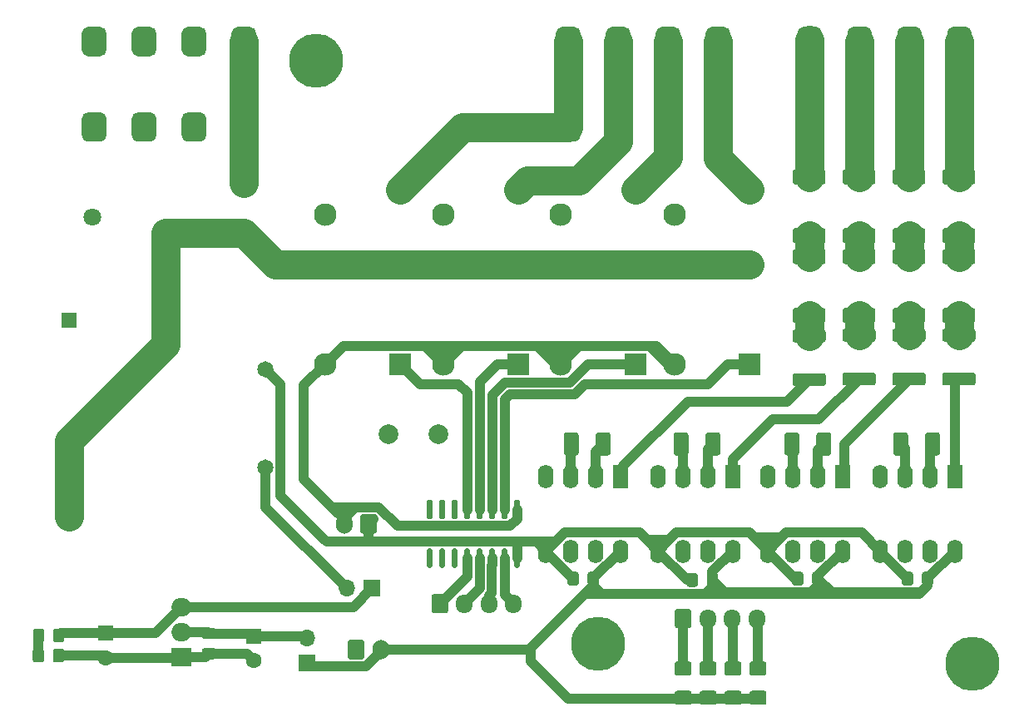
<source format=gbr>
G04 #@! TF.GenerationSoftware,KiCad,Pcbnew,(5.1.6)-1*
G04 #@! TF.CreationDate,2021-10-31T01:35:34+02:00*
G04 #@! TF.ProjectId,hamodule,68616d6f-6475-46c6-952e-6b696361645f,rev?*
G04 #@! TF.SameCoordinates,Original*
G04 #@! TF.FileFunction,Copper,L1,Top*
G04 #@! TF.FilePolarity,Positive*
%FSLAX46Y46*%
G04 Gerber Fmt 4.6, Leading zero omitted, Abs format (unit mm)*
G04 Created by KiCad (PCBNEW (5.1.6)-1) date 2021-10-31 01:35:34*
%MOMM*%
%LPD*%
G01*
G04 APERTURE LIST*
G04 #@! TA.AperFunction,ComponentPad*
%ADD10C,1.650000*%
G04 #@! TD*
G04 #@! TA.AperFunction,ComponentPad*
%ADD11R,1.650000X1.650000*%
G04 #@! TD*
G04 #@! TA.AperFunction,ComponentPad*
%ADD12C,2.000000*%
G04 #@! TD*
G04 #@! TA.AperFunction,ComponentPad*
%ADD13O,1.700000X1.700000*%
G04 #@! TD*
G04 #@! TA.AperFunction,ComponentPad*
%ADD14R,1.700000X1.700000*%
G04 #@! TD*
G04 #@! TA.AperFunction,ComponentPad*
%ADD15O,1.700000X2.000000*%
G04 #@! TD*
G04 #@! TA.AperFunction,ComponentPad*
%ADD16C,1.600000*%
G04 #@! TD*
G04 #@! TA.AperFunction,ComponentPad*
%ADD17R,1.600000X1.600000*%
G04 #@! TD*
G04 #@! TA.AperFunction,ComponentPad*
%ADD18C,1.800000*%
G04 #@! TD*
G04 #@! TA.AperFunction,ComponentPad*
%ADD19C,5.500000*%
G04 #@! TD*
G04 #@! TA.AperFunction,ComponentPad*
%ADD20C,2.300000*%
G04 #@! TD*
G04 #@! TA.AperFunction,ComponentPad*
%ADD21R,2.300000X2.300000*%
G04 #@! TD*
G04 #@! TA.AperFunction,ComponentPad*
%ADD22O,1.700000X1.950000*%
G04 #@! TD*
G04 #@! TA.AperFunction,ComponentPad*
%ADD23R,1.600000X2.400000*%
G04 #@! TD*
G04 #@! TA.AperFunction,ComponentPad*
%ADD24O,1.600000X2.400000*%
G04 #@! TD*
G04 #@! TA.AperFunction,ComponentPad*
%ADD25O,2.000000X1.905000*%
G04 #@! TD*
G04 #@! TA.AperFunction,ComponentPad*
%ADD26R,2.000000X1.905000*%
G04 #@! TD*
G04 #@! TA.AperFunction,Conductor*
%ADD27C,3.000000*%
G04 #@! TD*
G04 #@! TA.AperFunction,Conductor*
%ADD28C,1.000000*%
G04 #@! TD*
G04 #@! TA.AperFunction,Conductor*
%ADD29C,0.250000*%
G04 #@! TD*
G04 APERTURE END LIST*
G04 #@! TA.AperFunction,SMDPad,CuDef*
G36*
G01*
X118750501Y-136002500D02*
X117850499Y-136002500D01*
G75*
G02*
X117600500Y-135752501I0J249999D01*
G01*
X117600500Y-135102499D01*
G75*
G02*
X117850499Y-134852500I249999J0D01*
G01*
X118750501Y-134852500D01*
G75*
G02*
X119000500Y-135102499I0J-249999D01*
G01*
X119000500Y-135752501D01*
G75*
G02*
X118750501Y-136002500I-249999J0D01*
G01*
G37*
G04 #@! TD.AperFunction*
G04 #@! TA.AperFunction,SMDPad,CuDef*
G36*
G01*
X118750501Y-138052500D02*
X117850499Y-138052500D01*
G75*
G02*
X117600500Y-137802501I0J249999D01*
G01*
X117600500Y-137152499D01*
G75*
G02*
X117850499Y-136902500I249999J0D01*
G01*
X118750501Y-136902500D01*
G75*
G02*
X119000500Y-137152499I0J-249999D01*
G01*
X119000500Y-137802501D01*
G75*
G02*
X118750501Y-138052500I-249999J0D01*
G01*
G37*
G04 #@! TD.AperFunction*
G04 #@! TA.AperFunction,SMDPad,CuDef*
G36*
G01*
X173555500Y-141264000D02*
X174805500Y-141264000D01*
G75*
G02*
X175055500Y-141514000I0J-250000D01*
G01*
X175055500Y-142439000D01*
G75*
G02*
X174805500Y-142689000I-250000J0D01*
G01*
X173555500Y-142689000D01*
G75*
G02*
X173305500Y-142439000I0J250000D01*
G01*
X173305500Y-141514000D01*
G75*
G02*
X173555500Y-141264000I250000J0D01*
G01*
G37*
G04 #@! TD.AperFunction*
G04 #@! TA.AperFunction,SMDPad,CuDef*
G36*
G01*
X173555500Y-138289000D02*
X174805500Y-138289000D01*
G75*
G02*
X175055500Y-138539000I0J-250000D01*
G01*
X175055500Y-139464000D01*
G75*
G02*
X174805500Y-139714000I-250000J0D01*
G01*
X173555500Y-139714000D01*
G75*
G02*
X173305500Y-139464000I0J250000D01*
G01*
X173305500Y-138539000D01*
G75*
G02*
X173555500Y-138289000I250000J0D01*
G01*
G37*
G04 #@! TD.AperFunction*
G04 #@! TA.AperFunction,SMDPad,CuDef*
G36*
G01*
X171015500Y-141264000D02*
X172265500Y-141264000D01*
G75*
G02*
X172515500Y-141514000I0J-250000D01*
G01*
X172515500Y-142439000D01*
G75*
G02*
X172265500Y-142689000I-250000J0D01*
G01*
X171015500Y-142689000D01*
G75*
G02*
X170765500Y-142439000I0J250000D01*
G01*
X170765500Y-141514000D01*
G75*
G02*
X171015500Y-141264000I250000J0D01*
G01*
G37*
G04 #@! TD.AperFunction*
G04 #@! TA.AperFunction,SMDPad,CuDef*
G36*
G01*
X171015500Y-138289000D02*
X172265500Y-138289000D01*
G75*
G02*
X172515500Y-138539000I0J-250000D01*
G01*
X172515500Y-139464000D01*
G75*
G02*
X172265500Y-139714000I-250000J0D01*
G01*
X171015500Y-139714000D01*
G75*
G02*
X170765500Y-139464000I0J250000D01*
G01*
X170765500Y-138539000D01*
G75*
G02*
X171015500Y-138289000I250000J0D01*
G01*
G37*
G04 #@! TD.AperFunction*
G04 #@! TA.AperFunction,SMDPad,CuDef*
G36*
G01*
X168475500Y-141264000D02*
X169725500Y-141264000D01*
G75*
G02*
X169975500Y-141514000I0J-250000D01*
G01*
X169975500Y-142439000D01*
G75*
G02*
X169725500Y-142689000I-250000J0D01*
G01*
X168475500Y-142689000D01*
G75*
G02*
X168225500Y-142439000I0J250000D01*
G01*
X168225500Y-141514000D01*
G75*
G02*
X168475500Y-141264000I250000J0D01*
G01*
G37*
G04 #@! TD.AperFunction*
G04 #@! TA.AperFunction,SMDPad,CuDef*
G36*
G01*
X168475500Y-138289000D02*
X169725500Y-138289000D01*
G75*
G02*
X169975500Y-138539000I0J-250000D01*
G01*
X169975500Y-139464000D01*
G75*
G02*
X169725500Y-139714000I-250000J0D01*
G01*
X168475500Y-139714000D01*
G75*
G02*
X168225500Y-139464000I0J250000D01*
G01*
X168225500Y-138539000D01*
G75*
G02*
X168475500Y-138289000I250000J0D01*
G01*
G37*
G04 #@! TD.AperFunction*
G04 #@! TA.AperFunction,SMDPad,CuDef*
G36*
G01*
X165935500Y-141264000D02*
X167185500Y-141264000D01*
G75*
G02*
X167435500Y-141514000I0J-250000D01*
G01*
X167435500Y-142439000D01*
G75*
G02*
X167185500Y-142689000I-250000J0D01*
G01*
X165935500Y-142689000D01*
G75*
G02*
X165685500Y-142439000I0J250000D01*
G01*
X165685500Y-141514000D01*
G75*
G02*
X165935500Y-141264000I250000J0D01*
G01*
G37*
G04 #@! TD.AperFunction*
G04 #@! TA.AperFunction,SMDPad,CuDef*
G36*
G01*
X165935500Y-138289000D02*
X167185500Y-138289000D01*
G75*
G02*
X167435500Y-138539000I0J-250000D01*
G01*
X167435500Y-139464000D01*
G75*
G02*
X167185500Y-139714000I-250000J0D01*
G01*
X165935500Y-139714000D01*
G75*
G02*
X165685500Y-139464000I0J250000D01*
G01*
X165685500Y-138539000D01*
G75*
G02*
X165935500Y-138289000I250000J0D01*
G01*
G37*
G04 #@! TD.AperFunction*
D10*
X124076500Y-108568500D03*
X124076500Y-118568500D03*
X104076500Y-123568500D03*
D11*
X104076500Y-103568500D03*
G04 #@! TA.AperFunction,ComponentPad*
G36*
G01*
X169491500Y-82383500D02*
X170741500Y-82383500D01*
G75*
G02*
X171366500Y-83008500I0J-625000D01*
G01*
X171366500Y-84758500D01*
G75*
G02*
X170741500Y-85383500I-625000J0D01*
G01*
X169491500Y-85383500D01*
G75*
G02*
X168866500Y-84758500I0J625000D01*
G01*
X168866500Y-83008500D01*
G75*
G02*
X169491500Y-82383500I625000J0D01*
G01*
G37*
G04 #@! TD.AperFunction*
G04 #@! TA.AperFunction,ComponentPad*
G36*
G01*
X169491500Y-73683500D02*
X170741500Y-73683500D01*
G75*
G02*
X171366500Y-74308500I0J-625000D01*
G01*
X171366500Y-76058500D01*
G75*
G02*
X170741500Y-76683500I-625000J0D01*
G01*
X169491500Y-76683500D01*
G75*
G02*
X168866500Y-76058500I0J625000D01*
G01*
X168866500Y-74308500D01*
G75*
G02*
X169491500Y-73683500I625000J0D01*
G01*
G37*
G04 #@! TD.AperFunction*
G04 #@! TA.AperFunction,ComponentPad*
G36*
G01*
X164411500Y-82383500D02*
X165661500Y-82383500D01*
G75*
G02*
X166286500Y-83008500I0J-625000D01*
G01*
X166286500Y-84758500D01*
G75*
G02*
X165661500Y-85383500I-625000J0D01*
G01*
X164411500Y-85383500D01*
G75*
G02*
X163786500Y-84758500I0J625000D01*
G01*
X163786500Y-83008500D01*
G75*
G02*
X164411500Y-82383500I625000J0D01*
G01*
G37*
G04 #@! TD.AperFunction*
G04 #@! TA.AperFunction,ComponentPad*
G36*
G01*
X164411500Y-73683500D02*
X165661500Y-73683500D01*
G75*
G02*
X166286500Y-74308500I0J-625000D01*
G01*
X166286500Y-76058500D01*
G75*
G02*
X165661500Y-76683500I-625000J0D01*
G01*
X164411500Y-76683500D01*
G75*
G02*
X163786500Y-76058500I0J625000D01*
G01*
X163786500Y-74308500D01*
G75*
G02*
X164411500Y-73683500I625000J0D01*
G01*
G37*
G04 #@! TD.AperFunction*
G04 #@! TA.AperFunction,ComponentPad*
G36*
G01*
X159331500Y-82383500D02*
X160581500Y-82383500D01*
G75*
G02*
X161206500Y-83008500I0J-625000D01*
G01*
X161206500Y-84758500D01*
G75*
G02*
X160581500Y-85383500I-625000J0D01*
G01*
X159331500Y-85383500D01*
G75*
G02*
X158706500Y-84758500I0J625000D01*
G01*
X158706500Y-83008500D01*
G75*
G02*
X159331500Y-82383500I625000J0D01*
G01*
G37*
G04 #@! TD.AperFunction*
G04 #@! TA.AperFunction,ComponentPad*
G36*
G01*
X159331500Y-73683500D02*
X160581500Y-73683500D01*
G75*
G02*
X161206500Y-74308500I0J-625000D01*
G01*
X161206500Y-76058500D01*
G75*
G02*
X160581500Y-76683500I-625000J0D01*
G01*
X159331500Y-76683500D01*
G75*
G02*
X158706500Y-76058500I0J625000D01*
G01*
X158706500Y-74308500D01*
G75*
G02*
X159331500Y-73683500I625000J0D01*
G01*
G37*
G04 #@! TD.AperFunction*
G04 #@! TA.AperFunction,ComponentPad*
G36*
G01*
X154251500Y-82383500D02*
X155501500Y-82383500D01*
G75*
G02*
X156126500Y-83008500I0J-625000D01*
G01*
X156126500Y-84758500D01*
G75*
G02*
X155501500Y-85383500I-625000J0D01*
G01*
X154251500Y-85383500D01*
G75*
G02*
X153626500Y-84758500I0J625000D01*
G01*
X153626500Y-83008500D01*
G75*
G02*
X154251500Y-82383500I625000J0D01*
G01*
G37*
G04 #@! TD.AperFunction*
G04 #@! TA.AperFunction,ComponentPad*
G36*
G01*
X154251500Y-73683500D02*
X155501500Y-73683500D01*
G75*
G02*
X156126500Y-74308500I0J-625000D01*
G01*
X156126500Y-76058500D01*
G75*
G02*
X155501500Y-76683500I-625000J0D01*
G01*
X154251500Y-76683500D01*
G75*
G02*
X153626500Y-76058500I0J625000D01*
G01*
X153626500Y-74308500D01*
G75*
G02*
X154251500Y-73683500I625000J0D01*
G01*
G37*
G04 #@! TD.AperFunction*
G04 #@! TA.AperFunction,SMDPad,CuDef*
G36*
G01*
X140929500Y-128735500D02*
X140629500Y-128735500D01*
G75*
G02*
X140479500Y-128585500I0J150000D01*
G01*
X140479500Y-126935500D01*
G75*
G02*
X140629500Y-126785500I150000J0D01*
G01*
X140929500Y-126785500D01*
G75*
G02*
X141079500Y-126935500I0J-150000D01*
G01*
X141079500Y-128585500D01*
G75*
G02*
X140929500Y-128735500I-150000J0D01*
G01*
G37*
G04 #@! TD.AperFunction*
G04 #@! TA.AperFunction,SMDPad,CuDef*
G36*
G01*
X142199500Y-128735500D02*
X141899500Y-128735500D01*
G75*
G02*
X141749500Y-128585500I0J150000D01*
G01*
X141749500Y-126935500D01*
G75*
G02*
X141899500Y-126785500I150000J0D01*
G01*
X142199500Y-126785500D01*
G75*
G02*
X142349500Y-126935500I0J-150000D01*
G01*
X142349500Y-128585500D01*
G75*
G02*
X142199500Y-128735500I-150000J0D01*
G01*
G37*
G04 #@! TD.AperFunction*
G04 #@! TA.AperFunction,SMDPad,CuDef*
G36*
G01*
X143469500Y-128735500D02*
X143169500Y-128735500D01*
G75*
G02*
X143019500Y-128585500I0J150000D01*
G01*
X143019500Y-126935500D01*
G75*
G02*
X143169500Y-126785500I150000J0D01*
G01*
X143469500Y-126785500D01*
G75*
G02*
X143619500Y-126935500I0J-150000D01*
G01*
X143619500Y-128585500D01*
G75*
G02*
X143469500Y-128735500I-150000J0D01*
G01*
G37*
G04 #@! TD.AperFunction*
G04 #@! TA.AperFunction,SMDPad,CuDef*
G36*
G01*
X144739500Y-128735500D02*
X144439500Y-128735500D01*
G75*
G02*
X144289500Y-128585500I0J150000D01*
G01*
X144289500Y-126935500D01*
G75*
G02*
X144439500Y-126785500I150000J0D01*
G01*
X144739500Y-126785500D01*
G75*
G02*
X144889500Y-126935500I0J-150000D01*
G01*
X144889500Y-128585500D01*
G75*
G02*
X144739500Y-128735500I-150000J0D01*
G01*
G37*
G04 #@! TD.AperFunction*
G04 #@! TA.AperFunction,SMDPad,CuDef*
G36*
G01*
X146009500Y-128735500D02*
X145709500Y-128735500D01*
G75*
G02*
X145559500Y-128585500I0J150000D01*
G01*
X145559500Y-126935500D01*
G75*
G02*
X145709500Y-126785500I150000J0D01*
G01*
X146009500Y-126785500D01*
G75*
G02*
X146159500Y-126935500I0J-150000D01*
G01*
X146159500Y-128585500D01*
G75*
G02*
X146009500Y-128735500I-150000J0D01*
G01*
G37*
G04 #@! TD.AperFunction*
G04 #@! TA.AperFunction,SMDPad,CuDef*
G36*
G01*
X147279500Y-128735500D02*
X146979500Y-128735500D01*
G75*
G02*
X146829500Y-128585500I0J150000D01*
G01*
X146829500Y-126935500D01*
G75*
G02*
X146979500Y-126785500I150000J0D01*
G01*
X147279500Y-126785500D01*
G75*
G02*
X147429500Y-126935500I0J-150000D01*
G01*
X147429500Y-128585500D01*
G75*
G02*
X147279500Y-128735500I-150000J0D01*
G01*
G37*
G04 #@! TD.AperFunction*
G04 #@! TA.AperFunction,SMDPad,CuDef*
G36*
G01*
X148549500Y-128735500D02*
X148249500Y-128735500D01*
G75*
G02*
X148099500Y-128585500I0J150000D01*
G01*
X148099500Y-126935500D01*
G75*
G02*
X148249500Y-126785500I150000J0D01*
G01*
X148549500Y-126785500D01*
G75*
G02*
X148699500Y-126935500I0J-150000D01*
G01*
X148699500Y-128585500D01*
G75*
G02*
X148549500Y-128735500I-150000J0D01*
G01*
G37*
G04 #@! TD.AperFunction*
G04 #@! TA.AperFunction,SMDPad,CuDef*
G36*
G01*
X149819500Y-128735500D02*
X149519500Y-128735500D01*
G75*
G02*
X149369500Y-128585500I0J150000D01*
G01*
X149369500Y-126935500D01*
G75*
G02*
X149519500Y-126785500I150000J0D01*
G01*
X149819500Y-126785500D01*
G75*
G02*
X149969500Y-126935500I0J-150000D01*
G01*
X149969500Y-128585500D01*
G75*
G02*
X149819500Y-128735500I-150000J0D01*
G01*
G37*
G04 #@! TD.AperFunction*
G04 #@! TA.AperFunction,SMDPad,CuDef*
G36*
G01*
X149819500Y-123785500D02*
X149519500Y-123785500D01*
G75*
G02*
X149369500Y-123635500I0J150000D01*
G01*
X149369500Y-121985500D01*
G75*
G02*
X149519500Y-121835500I150000J0D01*
G01*
X149819500Y-121835500D01*
G75*
G02*
X149969500Y-121985500I0J-150000D01*
G01*
X149969500Y-123635500D01*
G75*
G02*
X149819500Y-123785500I-150000J0D01*
G01*
G37*
G04 #@! TD.AperFunction*
G04 #@! TA.AperFunction,SMDPad,CuDef*
G36*
G01*
X148549500Y-123785500D02*
X148249500Y-123785500D01*
G75*
G02*
X148099500Y-123635500I0J150000D01*
G01*
X148099500Y-121985500D01*
G75*
G02*
X148249500Y-121835500I150000J0D01*
G01*
X148549500Y-121835500D01*
G75*
G02*
X148699500Y-121985500I0J-150000D01*
G01*
X148699500Y-123635500D01*
G75*
G02*
X148549500Y-123785500I-150000J0D01*
G01*
G37*
G04 #@! TD.AperFunction*
G04 #@! TA.AperFunction,SMDPad,CuDef*
G36*
G01*
X147279500Y-123785500D02*
X146979500Y-123785500D01*
G75*
G02*
X146829500Y-123635500I0J150000D01*
G01*
X146829500Y-121985500D01*
G75*
G02*
X146979500Y-121835500I150000J0D01*
G01*
X147279500Y-121835500D01*
G75*
G02*
X147429500Y-121985500I0J-150000D01*
G01*
X147429500Y-123635500D01*
G75*
G02*
X147279500Y-123785500I-150000J0D01*
G01*
G37*
G04 #@! TD.AperFunction*
G04 #@! TA.AperFunction,SMDPad,CuDef*
G36*
G01*
X146009500Y-123785500D02*
X145709500Y-123785500D01*
G75*
G02*
X145559500Y-123635500I0J150000D01*
G01*
X145559500Y-121985500D01*
G75*
G02*
X145709500Y-121835500I150000J0D01*
G01*
X146009500Y-121835500D01*
G75*
G02*
X146159500Y-121985500I0J-150000D01*
G01*
X146159500Y-123635500D01*
G75*
G02*
X146009500Y-123785500I-150000J0D01*
G01*
G37*
G04 #@! TD.AperFunction*
G04 #@! TA.AperFunction,SMDPad,CuDef*
G36*
G01*
X144739500Y-123785500D02*
X144439500Y-123785500D01*
G75*
G02*
X144289500Y-123635500I0J150000D01*
G01*
X144289500Y-121985500D01*
G75*
G02*
X144439500Y-121835500I150000J0D01*
G01*
X144739500Y-121835500D01*
G75*
G02*
X144889500Y-121985500I0J-150000D01*
G01*
X144889500Y-123635500D01*
G75*
G02*
X144739500Y-123785500I-150000J0D01*
G01*
G37*
G04 #@! TD.AperFunction*
G04 #@! TA.AperFunction,SMDPad,CuDef*
G36*
G01*
X143469500Y-123785500D02*
X143169500Y-123785500D01*
G75*
G02*
X143019500Y-123635500I0J150000D01*
G01*
X143019500Y-121985500D01*
G75*
G02*
X143169500Y-121835500I150000J0D01*
G01*
X143469500Y-121835500D01*
G75*
G02*
X143619500Y-121985500I0J-150000D01*
G01*
X143619500Y-123635500D01*
G75*
G02*
X143469500Y-123785500I-150000J0D01*
G01*
G37*
G04 #@! TD.AperFunction*
G04 #@! TA.AperFunction,SMDPad,CuDef*
G36*
G01*
X142199500Y-123785500D02*
X141899500Y-123785500D01*
G75*
G02*
X141749500Y-123635500I0J150000D01*
G01*
X141749500Y-121985500D01*
G75*
G02*
X141899500Y-121835500I150000J0D01*
G01*
X142199500Y-121835500D01*
G75*
G02*
X142349500Y-121985500I0J-150000D01*
G01*
X142349500Y-123635500D01*
G75*
G02*
X142199500Y-123785500I-150000J0D01*
G01*
G37*
G04 #@! TD.AperFunction*
G04 #@! TA.AperFunction,SMDPad,CuDef*
G36*
G01*
X140929500Y-123785500D02*
X140629500Y-123785500D01*
G75*
G02*
X140479500Y-123635500I0J150000D01*
G01*
X140479500Y-121985500D01*
G75*
G02*
X140629500Y-121835500I150000J0D01*
G01*
X140929500Y-121835500D01*
G75*
G02*
X141079500Y-121985500I0J-150000D01*
G01*
X141079500Y-123635500D01*
G75*
G02*
X140929500Y-123785500I-150000J0D01*
G01*
G37*
G04 #@! TD.AperFunction*
G04 #@! TA.AperFunction,SMDPad,CuDef*
G36*
G01*
X189460500Y-115216500D02*
X189460500Y-117066500D01*
G75*
G02*
X189210500Y-117316500I-250000J0D01*
G01*
X188210500Y-117316500D01*
G75*
G02*
X187960500Y-117066500I0J250000D01*
G01*
X187960500Y-115216500D01*
G75*
G02*
X188210500Y-114966500I250000J0D01*
G01*
X189210500Y-114966500D01*
G75*
G02*
X189460500Y-115216500I0J-250000D01*
G01*
G37*
G04 #@! TD.AperFunction*
G04 #@! TA.AperFunction,SMDPad,CuDef*
G36*
G01*
X192710500Y-115216500D02*
X192710500Y-117066500D01*
G75*
G02*
X192460500Y-117316500I-250000J0D01*
G01*
X191460500Y-117316500D01*
G75*
G02*
X191210500Y-117066500I0J250000D01*
G01*
X191210500Y-115216500D01*
G75*
G02*
X191460500Y-114966500I250000J0D01*
G01*
X192460500Y-114966500D01*
G75*
G02*
X192710500Y-115216500I0J-250000D01*
G01*
G37*
G04 #@! TD.AperFunction*
G04 #@! TA.AperFunction,SMDPad,CuDef*
G36*
G01*
X178385500Y-115216500D02*
X178385500Y-117066500D01*
G75*
G02*
X178135500Y-117316500I-250000J0D01*
G01*
X177135500Y-117316500D01*
G75*
G02*
X176885500Y-117066500I0J250000D01*
G01*
X176885500Y-115216500D01*
G75*
G02*
X177135500Y-114966500I250000J0D01*
G01*
X178135500Y-114966500D01*
G75*
G02*
X178385500Y-115216500I0J-250000D01*
G01*
G37*
G04 #@! TD.AperFunction*
G04 #@! TA.AperFunction,SMDPad,CuDef*
G36*
G01*
X181635500Y-115216500D02*
X181635500Y-117066500D01*
G75*
G02*
X181385500Y-117316500I-250000J0D01*
G01*
X180385500Y-117316500D01*
G75*
G02*
X180135500Y-117066500I0J250000D01*
G01*
X180135500Y-115216500D01*
G75*
G02*
X180385500Y-114966500I250000J0D01*
G01*
X181385500Y-114966500D01*
G75*
G02*
X181635500Y-115216500I0J-250000D01*
G01*
G37*
G04 #@! TD.AperFunction*
G04 #@! TA.AperFunction,SMDPad,CuDef*
G36*
G01*
X167108500Y-115216500D02*
X167108500Y-117066500D01*
G75*
G02*
X166858500Y-117316500I-250000J0D01*
G01*
X165858500Y-117316500D01*
G75*
G02*
X165608500Y-117066500I0J250000D01*
G01*
X165608500Y-115216500D01*
G75*
G02*
X165858500Y-114966500I250000J0D01*
G01*
X166858500Y-114966500D01*
G75*
G02*
X167108500Y-115216500I0J-250000D01*
G01*
G37*
G04 #@! TD.AperFunction*
G04 #@! TA.AperFunction,SMDPad,CuDef*
G36*
G01*
X170358500Y-115216500D02*
X170358500Y-117066500D01*
G75*
G02*
X170108500Y-117316500I-250000J0D01*
G01*
X169108500Y-117316500D01*
G75*
G02*
X168858500Y-117066500I0J250000D01*
G01*
X168858500Y-115216500D01*
G75*
G02*
X169108500Y-114966500I250000J0D01*
G01*
X170108500Y-114966500D01*
G75*
G02*
X170358500Y-115216500I0J-250000D01*
G01*
G37*
G04 #@! TD.AperFunction*
G04 #@! TA.AperFunction,SMDPad,CuDef*
G36*
G01*
X155932500Y-115216500D02*
X155932500Y-117066500D01*
G75*
G02*
X155682500Y-117316500I-250000J0D01*
G01*
X154682500Y-117316500D01*
G75*
G02*
X154432500Y-117066500I0J250000D01*
G01*
X154432500Y-115216500D01*
G75*
G02*
X154682500Y-114966500I250000J0D01*
G01*
X155682500Y-114966500D01*
G75*
G02*
X155932500Y-115216500I0J-250000D01*
G01*
G37*
G04 #@! TD.AperFunction*
G04 #@! TA.AperFunction,SMDPad,CuDef*
G36*
G01*
X159182500Y-115216500D02*
X159182500Y-117066500D01*
G75*
G02*
X158932500Y-117316500I-250000J0D01*
G01*
X157932500Y-117316500D01*
G75*
G02*
X157682500Y-117066500I0J250000D01*
G01*
X157682500Y-115216500D01*
G75*
G02*
X157932500Y-114966500I250000J0D01*
G01*
X158932500Y-114966500D01*
G75*
G02*
X159182500Y-115216500I0J-250000D01*
G01*
G37*
G04 #@! TD.AperFunction*
D12*
X141668500Y-115125500D03*
X136588500Y-115125500D03*
G04 #@! TA.AperFunction,SMDPad,CuDef*
G36*
G01*
X193202499Y-94176000D02*
X196052501Y-94176000D01*
G75*
G02*
X196302500Y-94425999I0J-249999D01*
G01*
X196302500Y-95451001D01*
G75*
G02*
X196052501Y-95701000I-249999J0D01*
G01*
X193202499Y-95701000D01*
G75*
G02*
X192952500Y-95451001I0J249999D01*
G01*
X192952500Y-94425999D01*
G75*
G02*
X193202499Y-94176000I249999J0D01*
G01*
G37*
G04 #@! TD.AperFunction*
G04 #@! TA.AperFunction,SMDPad,CuDef*
G36*
G01*
X193202499Y-88201000D02*
X196052501Y-88201000D01*
G75*
G02*
X196302500Y-88450999I0J-249999D01*
G01*
X196302500Y-89476001D01*
G75*
G02*
X196052501Y-89726000I-249999J0D01*
G01*
X193202499Y-89726000D01*
G75*
G02*
X192952500Y-89476001I0J249999D01*
G01*
X192952500Y-88450999D01*
G75*
G02*
X193202499Y-88201000I249999J0D01*
G01*
G37*
G04 #@! TD.AperFunction*
G04 #@! TA.AperFunction,SMDPad,CuDef*
G36*
G01*
X188122499Y-94176000D02*
X190972501Y-94176000D01*
G75*
G02*
X191222500Y-94425999I0J-249999D01*
G01*
X191222500Y-95451001D01*
G75*
G02*
X190972501Y-95701000I-249999J0D01*
G01*
X188122499Y-95701000D01*
G75*
G02*
X187872500Y-95451001I0J249999D01*
G01*
X187872500Y-94425999D01*
G75*
G02*
X188122499Y-94176000I249999J0D01*
G01*
G37*
G04 #@! TD.AperFunction*
G04 #@! TA.AperFunction,SMDPad,CuDef*
G36*
G01*
X188122499Y-88201000D02*
X190972501Y-88201000D01*
G75*
G02*
X191222500Y-88450999I0J-249999D01*
G01*
X191222500Y-89476001D01*
G75*
G02*
X190972501Y-89726000I-249999J0D01*
G01*
X188122499Y-89726000D01*
G75*
G02*
X187872500Y-89476001I0J249999D01*
G01*
X187872500Y-88450999D01*
G75*
G02*
X188122499Y-88201000I249999J0D01*
G01*
G37*
G04 #@! TD.AperFunction*
G04 #@! TA.AperFunction,SMDPad,CuDef*
G36*
G01*
X183042499Y-94176000D02*
X185892501Y-94176000D01*
G75*
G02*
X186142500Y-94425999I0J-249999D01*
G01*
X186142500Y-95451001D01*
G75*
G02*
X185892501Y-95701000I-249999J0D01*
G01*
X183042499Y-95701000D01*
G75*
G02*
X182792500Y-95451001I0J249999D01*
G01*
X182792500Y-94425999D01*
G75*
G02*
X183042499Y-94176000I249999J0D01*
G01*
G37*
G04 #@! TD.AperFunction*
G04 #@! TA.AperFunction,SMDPad,CuDef*
G36*
G01*
X183042499Y-88201000D02*
X185892501Y-88201000D01*
G75*
G02*
X186142500Y-88450999I0J-249999D01*
G01*
X186142500Y-89476001D01*
G75*
G02*
X185892501Y-89726000I-249999J0D01*
G01*
X183042499Y-89726000D01*
G75*
G02*
X182792500Y-89476001I0J249999D01*
G01*
X182792500Y-88450999D01*
G75*
G02*
X183042499Y-88201000I249999J0D01*
G01*
G37*
G04 #@! TD.AperFunction*
G04 #@! TA.AperFunction,SMDPad,CuDef*
G36*
G01*
X177962499Y-94176000D02*
X180812501Y-94176000D01*
G75*
G02*
X181062500Y-94425999I0J-249999D01*
G01*
X181062500Y-95451001D01*
G75*
G02*
X180812501Y-95701000I-249999J0D01*
G01*
X177962499Y-95701000D01*
G75*
G02*
X177712500Y-95451001I0J249999D01*
G01*
X177712500Y-94425999D01*
G75*
G02*
X177962499Y-94176000I249999J0D01*
G01*
G37*
G04 #@! TD.AperFunction*
G04 #@! TA.AperFunction,SMDPad,CuDef*
G36*
G01*
X177962499Y-88201000D02*
X180812501Y-88201000D01*
G75*
G02*
X181062500Y-88450999I0J-249999D01*
G01*
X181062500Y-89476001D01*
G75*
G02*
X180812501Y-89726000I-249999J0D01*
G01*
X177962499Y-89726000D01*
G75*
G02*
X177712500Y-89476001I0J249999D01*
G01*
X177712500Y-88450999D01*
G75*
G02*
X177962499Y-88201000I249999J0D01*
G01*
G37*
G04 #@! TD.AperFunction*
D13*
X128257300Y-135928100D03*
D14*
X128257300Y-138468100D03*
D15*
X135775700Y-137071100D03*
G04 #@! TA.AperFunction,ComponentPad*
G36*
G01*
X132425700Y-137821100D02*
X132425700Y-136321100D01*
G75*
G02*
X132675700Y-136071100I250000J0D01*
G01*
X133875700Y-136071100D01*
G75*
G02*
X134125700Y-136321100I0J-250000D01*
G01*
X134125700Y-137821100D01*
G75*
G02*
X133875700Y-138071100I-250000J0D01*
G01*
X132675700Y-138071100D01*
G75*
G02*
X132425700Y-137821100I0J250000D01*
G01*
G37*
G04 #@! TD.AperFunction*
G04 #@! TA.AperFunction,SMDPad,CuDef*
G36*
G01*
X102443700Y-136073301D02*
X102443700Y-135173299D01*
G75*
G02*
X102693699Y-134923300I249999J0D01*
G01*
X103343701Y-134923300D01*
G75*
G02*
X103593700Y-135173299I0J-249999D01*
G01*
X103593700Y-136073301D01*
G75*
G02*
X103343701Y-136323300I-249999J0D01*
G01*
X102693699Y-136323300D01*
G75*
G02*
X102443700Y-136073301I0J249999D01*
G01*
G37*
G04 #@! TD.AperFunction*
G04 #@! TA.AperFunction,SMDPad,CuDef*
G36*
G01*
X100393700Y-136073301D02*
X100393700Y-135173299D01*
G75*
G02*
X100643699Y-134923300I249999J0D01*
G01*
X101293701Y-134923300D01*
G75*
G02*
X101543700Y-135173299I0J-249999D01*
G01*
X101543700Y-136073301D01*
G75*
G02*
X101293701Y-136323300I-249999J0D01*
G01*
X100643699Y-136323300D01*
G75*
G02*
X100393700Y-136073301I0J249999D01*
G01*
G37*
G04 #@! TD.AperFunction*
G04 #@! TA.AperFunction,SMDPad,CuDef*
G36*
G01*
X101518300Y-137230699D02*
X101518300Y-138130701D01*
G75*
G02*
X101268301Y-138380700I-249999J0D01*
G01*
X100618299Y-138380700D01*
G75*
G02*
X100368300Y-138130701I0J249999D01*
G01*
X100368300Y-137230699D01*
G75*
G02*
X100618299Y-136980700I249999J0D01*
G01*
X101268301Y-136980700D01*
G75*
G02*
X101518300Y-137230699I0J-249999D01*
G01*
G37*
G04 #@! TD.AperFunction*
G04 #@! TA.AperFunction,SMDPad,CuDef*
G36*
G01*
X103568300Y-137230699D02*
X103568300Y-138130701D01*
G75*
G02*
X103318301Y-138380700I-249999J0D01*
G01*
X102668299Y-138380700D01*
G75*
G02*
X102418300Y-138130701I0J249999D01*
G01*
X102418300Y-137230699D01*
G75*
G02*
X102668299Y-136980700I249999J0D01*
G01*
X103318301Y-136980700D01*
G75*
G02*
X103568300Y-137230699I0J-249999D01*
G01*
G37*
G04 #@! TD.AperFunction*
G04 #@! TA.AperFunction,SMDPad,CuDef*
G36*
G01*
X189986500Y-129407499D02*
X189986500Y-130307501D01*
G75*
G02*
X189736501Y-130557500I-249999J0D01*
G01*
X189086499Y-130557500D01*
G75*
G02*
X188836500Y-130307501I0J249999D01*
G01*
X188836500Y-129407499D01*
G75*
G02*
X189086499Y-129157500I249999J0D01*
G01*
X189736501Y-129157500D01*
G75*
G02*
X189986500Y-129407499I0J-249999D01*
G01*
G37*
G04 #@! TD.AperFunction*
G04 #@! TA.AperFunction,SMDPad,CuDef*
G36*
G01*
X192036500Y-129407499D02*
X192036500Y-130307501D01*
G75*
G02*
X191786501Y-130557500I-249999J0D01*
G01*
X191136499Y-130557500D01*
G75*
G02*
X190886500Y-130307501I0J249999D01*
G01*
X190886500Y-129407499D01*
G75*
G02*
X191136499Y-129157500I249999J0D01*
G01*
X191786501Y-129157500D01*
G75*
G02*
X192036500Y-129407499I0J-249999D01*
G01*
G37*
G04 #@! TD.AperFunction*
G04 #@! TA.AperFunction,SMDPad,CuDef*
G36*
G01*
X178810500Y-129407499D02*
X178810500Y-130307501D01*
G75*
G02*
X178560501Y-130557500I-249999J0D01*
G01*
X177910499Y-130557500D01*
G75*
G02*
X177660500Y-130307501I0J249999D01*
G01*
X177660500Y-129407499D01*
G75*
G02*
X177910499Y-129157500I249999J0D01*
G01*
X178560501Y-129157500D01*
G75*
G02*
X178810500Y-129407499I0J-249999D01*
G01*
G37*
G04 #@! TD.AperFunction*
G04 #@! TA.AperFunction,SMDPad,CuDef*
G36*
G01*
X180860500Y-129407499D02*
X180860500Y-130307501D01*
G75*
G02*
X180610501Y-130557500I-249999J0D01*
G01*
X179960499Y-130557500D01*
G75*
G02*
X179710500Y-130307501I0J249999D01*
G01*
X179710500Y-129407499D01*
G75*
G02*
X179960499Y-129157500I249999J0D01*
G01*
X180610501Y-129157500D01*
G75*
G02*
X180860500Y-129407499I0J-249999D01*
G01*
G37*
G04 #@! TD.AperFunction*
G04 #@! TA.AperFunction,SMDPad,CuDef*
G36*
G01*
X155941500Y-129407499D02*
X155941500Y-130307501D01*
G75*
G02*
X155691501Y-130557500I-249999J0D01*
G01*
X155041499Y-130557500D01*
G75*
G02*
X154791500Y-130307501I0J249999D01*
G01*
X154791500Y-129407499D01*
G75*
G02*
X155041499Y-129157500I249999J0D01*
G01*
X155691501Y-129157500D01*
G75*
G02*
X155941500Y-129407499I0J-249999D01*
G01*
G37*
G04 #@! TD.AperFunction*
G04 #@! TA.AperFunction,SMDPad,CuDef*
G36*
G01*
X157991500Y-129407499D02*
X157991500Y-130307501D01*
G75*
G02*
X157741501Y-130557500I-249999J0D01*
G01*
X157091499Y-130557500D01*
G75*
G02*
X156841500Y-130307501I0J249999D01*
G01*
X156841500Y-129407499D01*
G75*
G02*
X157091499Y-129157500I249999J0D01*
G01*
X157741501Y-129157500D01*
G75*
G02*
X157991500Y-129407499I0J-249999D01*
G01*
G37*
G04 #@! TD.AperFunction*
G04 #@! TA.AperFunction,SMDPad,CuDef*
G36*
G01*
X168070000Y-129534499D02*
X168070000Y-130434501D01*
G75*
G02*
X167820001Y-130684500I-249999J0D01*
G01*
X167169999Y-130684500D01*
G75*
G02*
X166920000Y-130434501I0J249999D01*
G01*
X166920000Y-129534499D01*
G75*
G02*
X167169999Y-129284500I249999J0D01*
G01*
X167820001Y-129284500D01*
G75*
G02*
X168070000Y-129534499I0J-249999D01*
G01*
G37*
G04 #@! TD.AperFunction*
G04 #@! TA.AperFunction,SMDPad,CuDef*
G36*
G01*
X170120000Y-129534499D02*
X170120000Y-130434501D01*
G75*
G02*
X169870001Y-130684500I-249999J0D01*
G01*
X169219999Y-130684500D01*
G75*
G02*
X168970000Y-130434501I0J249999D01*
G01*
X168970000Y-129534499D01*
G75*
G02*
X169219999Y-129284500I249999J0D01*
G01*
X169870001Y-129284500D01*
G75*
G02*
X170120000Y-129534499I0J-249999D01*
G01*
G37*
G04 #@! TD.AperFunction*
G04 #@! TA.AperFunction,SMDPad,CuDef*
G36*
G01*
X193177500Y-108880500D02*
X196077500Y-108880500D01*
G75*
G02*
X196327500Y-109130500I0J-250000D01*
G01*
X196327500Y-109930500D01*
G75*
G02*
X196077500Y-110180500I-250000J0D01*
G01*
X193177500Y-110180500D01*
G75*
G02*
X192927500Y-109930500I0J250000D01*
G01*
X192927500Y-109130500D01*
G75*
G02*
X193177500Y-108880500I250000J0D01*
G01*
G37*
G04 #@! TD.AperFunction*
G04 #@! TA.AperFunction,SMDPad,CuDef*
G36*
G01*
X193177500Y-104430500D02*
X196077500Y-104430500D01*
G75*
G02*
X196327500Y-104680500I0J-250000D01*
G01*
X196327500Y-105480500D01*
G75*
G02*
X196077500Y-105730500I-250000J0D01*
G01*
X193177500Y-105730500D01*
G75*
G02*
X192927500Y-105480500I0J250000D01*
G01*
X192927500Y-104680500D01*
G75*
G02*
X193177500Y-104430500I250000J0D01*
G01*
G37*
G04 #@! TD.AperFunction*
G04 #@! TA.AperFunction,SMDPad,CuDef*
G36*
G01*
X188097500Y-108880500D02*
X190997500Y-108880500D01*
G75*
G02*
X191247500Y-109130500I0J-250000D01*
G01*
X191247500Y-109930500D01*
G75*
G02*
X190997500Y-110180500I-250000J0D01*
G01*
X188097500Y-110180500D01*
G75*
G02*
X187847500Y-109930500I0J250000D01*
G01*
X187847500Y-109130500D01*
G75*
G02*
X188097500Y-108880500I250000J0D01*
G01*
G37*
G04 #@! TD.AperFunction*
G04 #@! TA.AperFunction,SMDPad,CuDef*
G36*
G01*
X188097500Y-104430500D02*
X190997500Y-104430500D01*
G75*
G02*
X191247500Y-104680500I0J-250000D01*
G01*
X191247500Y-105480500D01*
G75*
G02*
X190997500Y-105730500I-250000J0D01*
G01*
X188097500Y-105730500D01*
G75*
G02*
X187847500Y-105480500I0J250000D01*
G01*
X187847500Y-104680500D01*
G75*
G02*
X188097500Y-104430500I250000J0D01*
G01*
G37*
G04 #@! TD.AperFunction*
G04 #@! TA.AperFunction,SMDPad,CuDef*
G36*
G01*
X183017500Y-108880500D02*
X185917500Y-108880500D01*
G75*
G02*
X186167500Y-109130500I0J-250000D01*
G01*
X186167500Y-109930500D01*
G75*
G02*
X185917500Y-110180500I-250000J0D01*
G01*
X183017500Y-110180500D01*
G75*
G02*
X182767500Y-109930500I0J250000D01*
G01*
X182767500Y-109130500D01*
G75*
G02*
X183017500Y-108880500I250000J0D01*
G01*
G37*
G04 #@! TD.AperFunction*
G04 #@! TA.AperFunction,SMDPad,CuDef*
G36*
G01*
X183017500Y-104430500D02*
X185917500Y-104430500D01*
G75*
G02*
X186167500Y-104680500I0J-250000D01*
G01*
X186167500Y-105480500D01*
G75*
G02*
X185917500Y-105730500I-250000J0D01*
G01*
X183017500Y-105730500D01*
G75*
G02*
X182767500Y-105480500I0J250000D01*
G01*
X182767500Y-104680500D01*
G75*
G02*
X183017500Y-104430500I250000J0D01*
G01*
G37*
G04 #@! TD.AperFunction*
G04 #@! TA.AperFunction,SMDPad,CuDef*
G36*
G01*
X177937500Y-108944000D02*
X180837500Y-108944000D01*
G75*
G02*
X181087500Y-109194000I0J-250000D01*
G01*
X181087500Y-109994000D01*
G75*
G02*
X180837500Y-110244000I-250000J0D01*
G01*
X177937500Y-110244000D01*
G75*
G02*
X177687500Y-109994000I0J250000D01*
G01*
X177687500Y-109194000D01*
G75*
G02*
X177937500Y-108944000I250000J0D01*
G01*
G37*
G04 #@! TD.AperFunction*
G04 #@! TA.AperFunction,SMDPad,CuDef*
G36*
G01*
X177937500Y-104494000D02*
X180837500Y-104494000D01*
G75*
G02*
X181087500Y-104744000I0J-250000D01*
G01*
X181087500Y-105544000D01*
G75*
G02*
X180837500Y-105794000I-250000J0D01*
G01*
X177937500Y-105794000D01*
G75*
G02*
X177687500Y-105544000I0J250000D01*
G01*
X177687500Y-104744000D01*
G75*
G02*
X177937500Y-104494000I250000J0D01*
G01*
G37*
G04 #@! TD.AperFunction*
G04 #@! TA.AperFunction,SMDPad,CuDef*
G36*
G01*
X177962499Y-102286000D02*
X180812501Y-102286000D01*
G75*
G02*
X181062500Y-102535999I0J-249999D01*
G01*
X181062500Y-103561001D01*
G75*
G02*
X180812501Y-103811000I-249999J0D01*
G01*
X177962499Y-103811000D01*
G75*
G02*
X177712500Y-103561001I0J249999D01*
G01*
X177712500Y-102535999D01*
G75*
G02*
X177962499Y-102286000I249999J0D01*
G01*
G37*
G04 #@! TD.AperFunction*
G04 #@! TA.AperFunction,SMDPad,CuDef*
G36*
G01*
X177962499Y-96311000D02*
X180812501Y-96311000D01*
G75*
G02*
X181062500Y-96560999I0J-249999D01*
G01*
X181062500Y-97586001D01*
G75*
G02*
X180812501Y-97836000I-249999J0D01*
G01*
X177962499Y-97836000D01*
G75*
G02*
X177712500Y-97586001I0J249999D01*
G01*
X177712500Y-96560999D01*
G75*
G02*
X177962499Y-96311000I249999J0D01*
G01*
G37*
G04 #@! TD.AperFunction*
G04 #@! TA.AperFunction,SMDPad,CuDef*
G36*
G01*
X183042499Y-102286000D02*
X185892501Y-102286000D01*
G75*
G02*
X186142500Y-102535999I0J-249999D01*
G01*
X186142500Y-103561001D01*
G75*
G02*
X185892501Y-103811000I-249999J0D01*
G01*
X183042499Y-103811000D01*
G75*
G02*
X182792500Y-103561001I0J249999D01*
G01*
X182792500Y-102535999D01*
G75*
G02*
X183042499Y-102286000I249999J0D01*
G01*
G37*
G04 #@! TD.AperFunction*
G04 #@! TA.AperFunction,SMDPad,CuDef*
G36*
G01*
X183042499Y-96311000D02*
X185892501Y-96311000D01*
G75*
G02*
X186142500Y-96560999I0J-249999D01*
G01*
X186142500Y-97586001D01*
G75*
G02*
X185892501Y-97836000I-249999J0D01*
G01*
X183042499Y-97836000D01*
G75*
G02*
X182792500Y-97586001I0J249999D01*
G01*
X182792500Y-96560999D01*
G75*
G02*
X183042499Y-96311000I249999J0D01*
G01*
G37*
G04 #@! TD.AperFunction*
G04 #@! TA.AperFunction,SMDPad,CuDef*
G36*
G01*
X188122499Y-102286000D02*
X190972501Y-102286000D01*
G75*
G02*
X191222500Y-102535999I0J-249999D01*
G01*
X191222500Y-103561001D01*
G75*
G02*
X190972501Y-103811000I-249999J0D01*
G01*
X188122499Y-103811000D01*
G75*
G02*
X187872500Y-103561001I0J249999D01*
G01*
X187872500Y-102535999D01*
G75*
G02*
X188122499Y-102286000I249999J0D01*
G01*
G37*
G04 #@! TD.AperFunction*
G04 #@! TA.AperFunction,SMDPad,CuDef*
G36*
G01*
X188122499Y-96311000D02*
X190972501Y-96311000D01*
G75*
G02*
X191222500Y-96560999I0J-249999D01*
G01*
X191222500Y-97586001D01*
G75*
G02*
X190972501Y-97836000I-249999J0D01*
G01*
X188122499Y-97836000D01*
G75*
G02*
X187872500Y-97586001I0J249999D01*
G01*
X187872500Y-96560999D01*
G75*
G02*
X188122499Y-96311000I249999J0D01*
G01*
G37*
G04 #@! TD.AperFunction*
G04 #@! TA.AperFunction,SMDPad,CuDef*
G36*
G01*
X193202499Y-102286000D02*
X196052501Y-102286000D01*
G75*
G02*
X196302500Y-102535999I0J-249999D01*
G01*
X196302500Y-103561001D01*
G75*
G02*
X196052501Y-103811000I-249999J0D01*
G01*
X193202499Y-103811000D01*
G75*
G02*
X192952500Y-103561001I0J249999D01*
G01*
X192952500Y-102535999D01*
G75*
G02*
X193202499Y-102286000I249999J0D01*
G01*
G37*
G04 #@! TD.AperFunction*
G04 #@! TA.AperFunction,SMDPad,CuDef*
G36*
G01*
X193202499Y-96311000D02*
X196052501Y-96311000D01*
G75*
G02*
X196302500Y-96560999I0J-249999D01*
G01*
X196302500Y-97586001D01*
G75*
G02*
X196052501Y-97836000I-249999J0D01*
G01*
X193202499Y-97836000D01*
G75*
G02*
X192952500Y-97586001I0J249999D01*
G01*
X192952500Y-96560999D01*
G75*
G02*
X193202499Y-96311000I249999J0D01*
G01*
G37*
G04 #@! TD.AperFunction*
G04 #@! TA.AperFunction,ComponentPad*
G36*
G01*
X194058500Y-82371500D02*
X195308500Y-82371500D01*
G75*
G02*
X195933500Y-82996500I0J-625000D01*
G01*
X195933500Y-84746500D01*
G75*
G02*
X195308500Y-85371500I-625000J0D01*
G01*
X194058500Y-85371500D01*
G75*
G02*
X193433500Y-84746500I0J625000D01*
G01*
X193433500Y-82996500D01*
G75*
G02*
X194058500Y-82371500I625000J0D01*
G01*
G37*
G04 #@! TD.AperFunction*
G04 #@! TA.AperFunction,ComponentPad*
G36*
G01*
X194058500Y-73671500D02*
X195308500Y-73671500D01*
G75*
G02*
X195933500Y-74296500I0J-625000D01*
G01*
X195933500Y-76046500D01*
G75*
G02*
X195308500Y-76671500I-625000J0D01*
G01*
X194058500Y-76671500D01*
G75*
G02*
X193433500Y-76046500I0J625000D01*
G01*
X193433500Y-74296500D01*
G75*
G02*
X194058500Y-73671500I625000J0D01*
G01*
G37*
G04 #@! TD.AperFunction*
G04 #@! TA.AperFunction,ComponentPad*
G36*
G01*
X188978500Y-82371500D02*
X190228500Y-82371500D01*
G75*
G02*
X190853500Y-82996500I0J-625000D01*
G01*
X190853500Y-84746500D01*
G75*
G02*
X190228500Y-85371500I-625000J0D01*
G01*
X188978500Y-85371500D01*
G75*
G02*
X188353500Y-84746500I0J625000D01*
G01*
X188353500Y-82996500D01*
G75*
G02*
X188978500Y-82371500I625000J0D01*
G01*
G37*
G04 #@! TD.AperFunction*
G04 #@! TA.AperFunction,ComponentPad*
G36*
G01*
X188978500Y-73671500D02*
X190228500Y-73671500D01*
G75*
G02*
X190853500Y-74296500I0J-625000D01*
G01*
X190853500Y-76046500D01*
G75*
G02*
X190228500Y-76671500I-625000J0D01*
G01*
X188978500Y-76671500D01*
G75*
G02*
X188353500Y-76046500I0J625000D01*
G01*
X188353500Y-74296500D01*
G75*
G02*
X188978500Y-73671500I625000J0D01*
G01*
G37*
G04 #@! TD.AperFunction*
G04 #@! TA.AperFunction,ComponentPad*
G36*
G01*
X183898500Y-82371500D02*
X185148500Y-82371500D01*
G75*
G02*
X185773500Y-82996500I0J-625000D01*
G01*
X185773500Y-84746500D01*
G75*
G02*
X185148500Y-85371500I-625000J0D01*
G01*
X183898500Y-85371500D01*
G75*
G02*
X183273500Y-84746500I0J625000D01*
G01*
X183273500Y-82996500D01*
G75*
G02*
X183898500Y-82371500I625000J0D01*
G01*
G37*
G04 #@! TD.AperFunction*
G04 #@! TA.AperFunction,ComponentPad*
G36*
G01*
X183898500Y-73671500D02*
X185148500Y-73671500D01*
G75*
G02*
X185773500Y-74296500I0J-625000D01*
G01*
X185773500Y-76046500D01*
G75*
G02*
X185148500Y-76671500I-625000J0D01*
G01*
X183898500Y-76671500D01*
G75*
G02*
X183273500Y-76046500I0J625000D01*
G01*
X183273500Y-74296500D01*
G75*
G02*
X183898500Y-73671500I625000J0D01*
G01*
G37*
G04 #@! TD.AperFunction*
G04 #@! TA.AperFunction,ComponentPad*
G36*
G01*
X178818500Y-82371500D02*
X180068500Y-82371500D01*
G75*
G02*
X180693500Y-82996500I0J-625000D01*
G01*
X180693500Y-84746500D01*
G75*
G02*
X180068500Y-85371500I-625000J0D01*
G01*
X178818500Y-85371500D01*
G75*
G02*
X178193500Y-84746500I0J625000D01*
G01*
X178193500Y-82996500D01*
G75*
G02*
X178818500Y-82371500I625000J0D01*
G01*
G37*
G04 #@! TD.AperFunction*
G04 #@! TA.AperFunction,ComponentPad*
G36*
G01*
X178818500Y-73671500D02*
X180068500Y-73671500D01*
G75*
G02*
X180693500Y-74296500I0J-625000D01*
G01*
X180693500Y-76046500D01*
G75*
G02*
X180068500Y-76671500I-625000J0D01*
G01*
X178818500Y-76671500D01*
G75*
G02*
X178193500Y-76046500I0J625000D01*
G01*
X178193500Y-74296500D01*
G75*
G02*
X178818500Y-73671500I625000J0D01*
G01*
G37*
G04 #@! TD.AperFunction*
G04 #@! TA.AperFunction,ComponentPad*
G36*
G01*
X121231500Y-82383500D02*
X122481500Y-82383500D01*
G75*
G02*
X123106500Y-83008500I0J-625000D01*
G01*
X123106500Y-84758500D01*
G75*
G02*
X122481500Y-85383500I-625000J0D01*
G01*
X121231500Y-85383500D01*
G75*
G02*
X120606500Y-84758500I0J625000D01*
G01*
X120606500Y-83008500D01*
G75*
G02*
X121231500Y-82383500I625000J0D01*
G01*
G37*
G04 #@! TD.AperFunction*
G04 #@! TA.AperFunction,ComponentPad*
G36*
G01*
X121231500Y-73683500D02*
X122481500Y-73683500D01*
G75*
G02*
X123106500Y-74308500I0J-625000D01*
G01*
X123106500Y-76058500D01*
G75*
G02*
X122481500Y-76683500I-625000J0D01*
G01*
X121231500Y-76683500D01*
G75*
G02*
X120606500Y-76058500I0J625000D01*
G01*
X120606500Y-74308500D01*
G75*
G02*
X121231500Y-73683500I625000J0D01*
G01*
G37*
G04 #@! TD.AperFunction*
G04 #@! TA.AperFunction,ComponentPad*
G36*
G01*
X116151500Y-82383500D02*
X117401500Y-82383500D01*
G75*
G02*
X118026500Y-83008500I0J-625000D01*
G01*
X118026500Y-84758500D01*
G75*
G02*
X117401500Y-85383500I-625000J0D01*
G01*
X116151500Y-85383500D01*
G75*
G02*
X115526500Y-84758500I0J625000D01*
G01*
X115526500Y-83008500D01*
G75*
G02*
X116151500Y-82383500I625000J0D01*
G01*
G37*
G04 #@! TD.AperFunction*
G04 #@! TA.AperFunction,ComponentPad*
G36*
G01*
X116151500Y-73683500D02*
X117401500Y-73683500D01*
G75*
G02*
X118026500Y-74308500I0J-625000D01*
G01*
X118026500Y-76058500D01*
G75*
G02*
X117401500Y-76683500I-625000J0D01*
G01*
X116151500Y-76683500D01*
G75*
G02*
X115526500Y-76058500I0J625000D01*
G01*
X115526500Y-74308500D01*
G75*
G02*
X116151500Y-73683500I625000J0D01*
G01*
G37*
G04 #@! TD.AperFunction*
G04 #@! TA.AperFunction,ComponentPad*
G36*
G01*
X111071500Y-82383500D02*
X112321500Y-82383500D01*
G75*
G02*
X112946500Y-83008500I0J-625000D01*
G01*
X112946500Y-84758500D01*
G75*
G02*
X112321500Y-85383500I-625000J0D01*
G01*
X111071500Y-85383500D01*
G75*
G02*
X110446500Y-84758500I0J625000D01*
G01*
X110446500Y-83008500D01*
G75*
G02*
X111071500Y-82383500I625000J0D01*
G01*
G37*
G04 #@! TD.AperFunction*
G04 #@! TA.AperFunction,ComponentPad*
G36*
G01*
X111071500Y-73683500D02*
X112321500Y-73683500D01*
G75*
G02*
X112946500Y-74308500I0J-625000D01*
G01*
X112946500Y-76058500D01*
G75*
G02*
X112321500Y-76683500I-625000J0D01*
G01*
X111071500Y-76683500D01*
G75*
G02*
X110446500Y-76058500I0J625000D01*
G01*
X110446500Y-74308500D01*
G75*
G02*
X111071500Y-73683500I625000J0D01*
G01*
G37*
G04 #@! TD.AperFunction*
G04 #@! TA.AperFunction,ComponentPad*
G36*
G01*
X105991500Y-82383500D02*
X107241500Y-82383500D01*
G75*
G02*
X107866500Y-83008500I0J-625000D01*
G01*
X107866500Y-84758500D01*
G75*
G02*
X107241500Y-85383500I-625000J0D01*
G01*
X105991500Y-85383500D01*
G75*
G02*
X105366500Y-84758500I0J625000D01*
G01*
X105366500Y-83008500D01*
G75*
G02*
X105991500Y-82383500I625000J0D01*
G01*
G37*
G04 #@! TD.AperFunction*
G04 #@! TA.AperFunction,ComponentPad*
G36*
G01*
X105991500Y-73683500D02*
X107241500Y-73683500D01*
G75*
G02*
X107866500Y-74308500I0J-625000D01*
G01*
X107866500Y-76058500D01*
G75*
G02*
X107241500Y-76683500I-625000J0D01*
G01*
X105991500Y-76683500D01*
G75*
G02*
X105366500Y-76058500I0J625000D01*
G01*
X105366500Y-74308500D01*
G75*
G02*
X105991500Y-73683500I625000J0D01*
G01*
G37*
G04 #@! TD.AperFunction*
D13*
X132372100Y-130850640D03*
D14*
X134912100Y-130850640D03*
D16*
X122872500Y-138188700D03*
D17*
X122872500Y-135688700D03*
D16*
X107759500Y-137920100D03*
D17*
X107759500Y-135420100D03*
D18*
X113916500Y-94673500D03*
X106416500Y-93040170D03*
D19*
X129171700Y-77152500D03*
D20*
X154114500Y-108013500D03*
X154114500Y-92773500D03*
X161734500Y-90233500D03*
X161734500Y-97853500D03*
D21*
X161734500Y-108013500D03*
D22*
X149288500Y-132397500D03*
X146788500Y-132397500D03*
X144288500Y-132397500D03*
G04 #@! TA.AperFunction,ComponentPad*
G36*
G01*
X140938500Y-133122500D02*
X140938500Y-131672500D01*
G75*
G02*
X141188500Y-131422500I250000J0D01*
G01*
X142388500Y-131422500D01*
G75*
G02*
X142638500Y-131672500I0J-250000D01*
G01*
X142638500Y-133122500D01*
G75*
G02*
X142388500Y-133372500I-250000J0D01*
G01*
X141188500Y-133372500D01*
G75*
G02*
X140938500Y-133122500I0J250000D01*
G01*
G37*
G04 #@! TD.AperFunction*
D23*
X171626500Y-119427500D03*
D24*
X164006500Y-127047500D03*
X169086500Y-119427500D03*
X166546500Y-127047500D03*
X166546500Y-119427500D03*
X169086500Y-127047500D03*
X164006500Y-119427500D03*
X171626500Y-127047500D03*
D23*
X194232500Y-119427500D03*
D24*
X186612500Y-127047500D03*
X191692500Y-119427500D03*
X189152500Y-127047500D03*
X189152500Y-119427500D03*
X191692500Y-127047500D03*
X186612500Y-119427500D03*
X194232500Y-127047500D03*
D23*
X182802500Y-119427500D03*
D24*
X175182500Y-127047500D03*
X180262500Y-119427500D03*
X177722500Y-127047500D03*
X177722500Y-119427500D03*
X180262500Y-127047500D03*
X175182500Y-119427500D03*
X182802500Y-127047500D03*
D23*
X160196500Y-119427500D03*
D24*
X152576500Y-127047500D03*
X157656500Y-119427500D03*
X155116500Y-127047500D03*
X155116500Y-119427500D03*
X157656500Y-127047500D03*
X152576500Y-119427500D03*
X160196500Y-127047500D03*
D25*
X115531900Y-132778500D03*
X115531900Y-135318500D03*
D26*
X115531900Y-137858500D03*
D22*
X174060500Y-133921500D03*
X171560500Y-133921500D03*
X169060500Y-133921500D03*
G04 #@! TA.AperFunction,ComponentPad*
G36*
G01*
X165710500Y-134646500D02*
X165710500Y-133196500D01*
G75*
G02*
X165960500Y-132946500I250000J0D01*
G01*
X167160500Y-132946500D01*
G75*
G02*
X167410500Y-133196500I0J-250000D01*
G01*
X167410500Y-134646500D01*
G75*
G02*
X167160500Y-134896500I-250000J0D01*
G01*
X165960500Y-134896500D01*
G75*
G02*
X165710500Y-134646500I0J250000D01*
G01*
G37*
G04 #@! TD.AperFunction*
D15*
X132056500Y-124269500D03*
G04 #@! TA.AperFunction,ComponentPad*
G36*
G01*
X135406500Y-123519500D02*
X135406500Y-125019500D01*
G75*
G02*
X135156500Y-125269500I-250000J0D01*
G01*
X133956500Y-125269500D01*
G75*
G02*
X133706500Y-125019500I0J250000D01*
G01*
X133706500Y-123519500D01*
G75*
G02*
X133956500Y-123269500I250000J0D01*
G01*
X135156500Y-123269500D01*
G75*
G02*
X135406500Y-123519500I0J-250000D01*
G01*
G37*
G04 #@! TD.AperFunction*
D19*
X157924500Y-136461500D03*
X196024500Y-138493500D03*
D12*
X121856500Y-94678500D03*
X121856500Y-89598500D03*
D20*
X130111500Y-108013500D03*
X130111500Y-92773500D03*
X137731500Y-90233500D03*
X137731500Y-97853500D03*
D21*
X137731500Y-108013500D03*
D20*
X142176500Y-108013500D03*
X142176500Y-92773500D03*
X149796500Y-90233500D03*
X149796500Y-97853500D03*
D21*
X149796500Y-108013500D03*
D20*
X165671500Y-108013500D03*
X165671500Y-92773500D03*
X173291500Y-90233500D03*
X173291500Y-97853500D03*
D21*
X173291500Y-108013500D03*
D27*
X125031500Y-97853500D02*
X121856500Y-94678500D01*
X137731500Y-97853500D02*
X125031500Y-97853500D01*
X137731500Y-97853500D02*
X149796500Y-97853500D01*
X149796500Y-97853500D02*
X161734500Y-97853500D01*
X161734500Y-97853500D02*
X173291500Y-97853500D01*
X104076500Y-115834692D02*
X104076500Y-123568500D01*
X113916500Y-105994692D02*
X104076500Y-115834692D01*
X113916500Y-94673500D02*
X113916500Y-105994692D01*
X121856500Y-94678500D02*
X113921500Y-94678500D01*
X113921500Y-94678500D02*
X113916500Y-94673500D01*
D28*
X163186499Y-106163499D02*
X155456501Y-106163499D01*
X165036500Y-108013500D02*
X163186499Y-106163499D01*
X151756499Y-106163499D02*
X144026501Y-106163499D01*
X153606500Y-108013500D02*
X151756499Y-106163499D01*
X153606500Y-106743500D02*
X154186501Y-106163499D01*
X154186501Y-106163499D02*
X155456501Y-106163499D01*
X153606500Y-108013500D02*
X153606500Y-106743500D01*
X151756499Y-106163499D02*
X153026499Y-106163499D01*
X153606500Y-106743500D02*
X153026499Y-106163499D01*
X153026499Y-106163499D02*
X154186501Y-106163499D01*
X153606500Y-108013500D02*
X154876500Y-106743500D01*
X155456501Y-106163499D02*
X154876500Y-106743500D01*
X142176500Y-106743500D02*
X141596499Y-106163499D01*
X140326499Y-106163499D02*
X141596499Y-106163499D01*
X142176500Y-106743500D02*
X142756501Y-106163499D01*
X141596499Y-106163499D02*
X142756501Y-106163499D01*
X142176500Y-108013500D02*
X142176500Y-106743500D01*
X142756501Y-106163499D02*
X144026501Y-106163499D01*
X152264499Y-106163499D02*
X154114500Y-108013500D01*
X144026501Y-106163499D02*
X152264499Y-106163499D01*
X142176500Y-108013500D02*
X144026501Y-106163499D01*
X163821499Y-106163499D02*
X165671500Y-108013500D01*
X155964501Y-106163499D02*
X163821499Y-106163499D01*
X154114500Y-108013500D02*
X155964501Y-106163499D01*
X140326499Y-106163499D02*
X142176500Y-108013500D01*
X131961501Y-106163499D02*
X140326499Y-106163499D01*
X130111500Y-108013500D02*
X131961501Y-106163499D01*
X103221900Y-135420100D02*
X103018700Y-135623300D01*
X107759500Y-135420100D02*
X103221900Y-135420100D01*
X112890300Y-135420100D02*
X115531900Y-132778500D01*
X107759500Y-135420100D02*
X112890300Y-135420100D01*
X132984240Y-132778500D02*
X134912100Y-130850640D01*
X127952500Y-110172500D02*
X130111500Y-108013500D01*
X127952500Y-119697500D02*
X127952500Y-110172500D01*
X132056500Y-124269500D02*
X132056500Y-123801500D01*
X131184509Y-122561491D02*
X131000500Y-122745500D01*
X137466030Y-124485510D02*
X135542011Y-122561491D01*
X148969490Y-124485510D02*
X137466030Y-124485510D01*
X149669500Y-123785500D02*
X148969490Y-124485510D01*
X149669500Y-122810500D02*
X149669500Y-123785500D01*
X131000500Y-122745500D02*
X127952500Y-119697500D01*
X132056500Y-123801500D02*
X131000500Y-122745500D01*
X132056500Y-123721500D02*
X133216509Y-122561491D01*
X135542011Y-122561491D02*
X133216509Y-122561491D01*
X132056500Y-124269500D02*
X132056500Y-123721500D01*
X133216509Y-122561491D02*
X131184509Y-122561491D01*
X132984240Y-132778500D02*
X115531900Y-132778500D01*
X169545000Y-129129000D02*
X171626500Y-127047500D01*
X169545000Y-129984500D02*
X169545000Y-129129000D01*
X180285500Y-129564500D02*
X182802500Y-127047500D01*
X180285500Y-129857500D02*
X180285500Y-129564500D01*
X191461500Y-129818500D02*
X194232500Y-127047500D01*
X191461500Y-129857500D02*
X191461500Y-129818500D01*
X180285500Y-130557500D02*
X180285500Y-129857500D01*
X179585490Y-131257510D02*
X180285500Y-130557500D01*
X170818010Y-131257510D02*
X179585490Y-131257510D01*
X169545000Y-129984500D02*
X170818010Y-131257510D01*
X190761490Y-131257510D02*
X191461500Y-130557500D01*
X181685510Y-131257510D02*
X190761490Y-131257510D01*
X180285500Y-129857500D02*
X181685510Y-131257510D01*
X179585490Y-131257510D02*
X181685510Y-131257510D01*
X191461500Y-130557500D02*
X191461500Y-129857500D01*
X190634490Y-131384510D02*
X191461500Y-130557500D01*
X169545000Y-130943020D02*
X169103510Y-131384510D01*
X169545000Y-129984500D02*
X169545000Y-130943020D01*
X169103510Y-131384510D02*
X190634490Y-131384510D01*
X168844990Y-131384510D02*
X168595510Y-131384510D01*
X169545000Y-130684500D02*
X168844990Y-131384510D01*
X169545000Y-129984500D02*
X169545000Y-130684500D01*
X168595510Y-131384510D02*
X169103510Y-131384510D01*
X157416500Y-130557500D02*
X158243510Y-131384510D01*
X157416500Y-129827500D02*
X160196500Y-127047500D01*
X158243510Y-131384510D02*
X168595510Y-131384510D01*
X157416500Y-129857500D02*
X157416500Y-130557500D01*
X151060900Y-136913100D02*
X151162500Y-136811500D01*
X151060900Y-138245100D02*
X151060900Y-136913100D01*
X156589490Y-131384510D02*
X156496500Y-131477500D01*
X157416500Y-130557500D02*
X156496500Y-131477500D01*
X158243510Y-131384510D02*
X156589490Y-131384510D01*
X156496500Y-131477500D02*
X151162500Y-136811500D01*
X151060900Y-138245100D02*
X151072100Y-138245100D01*
X151072100Y-138245100D02*
X154876500Y-142049500D01*
X174144000Y-142049500D02*
X174180500Y-142013000D01*
X154876500Y-142049500D02*
X174144000Y-142049500D01*
X128257300Y-138468100D02*
X128435100Y-138468100D01*
X135775700Y-137264620D02*
X135775700Y-137071100D01*
X134269210Y-138771110D02*
X135775700Y-137264620D01*
X128738110Y-138771110D02*
X134269210Y-138771110D01*
X128435100Y-138468100D02*
X128738110Y-138771110D01*
X150902900Y-137071100D02*
X151162500Y-136811500D01*
X149694900Y-137071100D02*
X150902900Y-137071100D01*
X135775700Y-137071100D02*
X149694900Y-137071100D01*
D27*
X194683500Y-88907500D02*
X194627500Y-88963500D01*
X194683500Y-75171500D02*
X194683500Y-88907500D01*
X189547500Y-75227500D02*
X189603500Y-75171500D01*
X189547500Y-88963500D02*
X189547500Y-75227500D01*
X179387500Y-88963500D02*
X179387500Y-74993500D01*
X179443500Y-75049500D02*
X179443500Y-75171500D01*
X179387500Y-74993500D02*
X179443500Y-75049500D01*
X184523500Y-88907500D02*
X184467500Y-88963500D01*
X184523500Y-75171500D02*
X184523500Y-88907500D01*
X170116500Y-83883500D02*
X170116500Y-75183500D01*
X170116500Y-87058500D02*
X173291500Y-90233500D01*
X170116500Y-83883500D02*
X170116500Y-87058500D01*
X165036500Y-83883500D02*
X165036500Y-75183500D01*
X165036500Y-86931500D02*
X161734500Y-90233500D01*
X165036500Y-83883500D02*
X165036500Y-86931500D01*
X159956500Y-83883500D02*
X159956500Y-75183500D01*
X159956500Y-85368424D02*
X156001425Y-89323499D01*
X156001425Y-89323499D02*
X150706501Y-89323499D01*
X159956500Y-83883500D02*
X159956500Y-85368424D01*
X150706501Y-89323499D02*
X149796500Y-90233500D01*
X154876500Y-83883500D02*
X154876500Y-75183500D01*
X154876500Y-83883500D02*
X144081500Y-83883500D01*
X144081500Y-83883500D02*
X137731500Y-90233500D01*
D28*
X155116500Y-115699500D02*
X155182500Y-115633500D01*
X155116500Y-119427500D02*
X155116500Y-116207500D01*
X157656500Y-116917500D02*
X158432500Y-116141500D01*
X157656500Y-119427500D02*
X157656500Y-116917500D01*
X166546500Y-119427500D02*
X166546500Y-116461500D01*
X166546500Y-115821500D02*
X166358500Y-115633500D01*
X166546500Y-119427500D02*
X166546500Y-116329500D01*
X169086500Y-116663500D02*
X169608500Y-116141500D01*
X169086500Y-119427500D02*
X169086500Y-116663500D01*
X177722500Y-115720500D02*
X177635500Y-115633500D01*
X177722500Y-119427500D02*
X177722500Y-116228500D01*
X180262500Y-116764500D02*
X180885500Y-116141500D01*
X180262500Y-119427500D02*
X180262500Y-116764500D01*
X189152500Y-116583500D02*
X188710500Y-116141500D01*
X189152500Y-119427500D02*
X189152500Y-116583500D01*
X191692500Y-115901500D02*
X191960500Y-115633500D01*
X191692500Y-119427500D02*
X191692500Y-116409500D01*
X134912100Y-123873900D02*
X135024500Y-123761500D01*
X107520100Y-137680700D02*
X107759500Y-137920100D01*
X102993300Y-137680700D02*
X107520100Y-137680700D01*
X115470300Y-137920100D02*
X115531900Y-137858500D01*
X107759500Y-137920100D02*
X115470300Y-137920100D01*
X166943500Y-129984500D02*
X167495000Y-129984500D01*
X164006500Y-127047500D02*
X166943500Y-129984500D01*
X177992500Y-129857500D02*
X178235500Y-129857500D01*
X175182500Y-127047500D02*
X177992500Y-129857500D01*
X186612500Y-127058500D02*
X189411500Y-129857500D01*
X186612500Y-127047500D02*
X186612500Y-127058500D01*
X155366500Y-129837500D02*
X152576500Y-127047500D01*
X155366500Y-129857500D02*
X155366500Y-129837500D01*
X151614490Y-126085490D02*
X152576500Y-127047500D01*
X149669500Y-126174500D02*
X149580490Y-126085490D01*
X149669500Y-127760500D02*
X149669500Y-126174500D01*
X149580490Y-126085490D02*
X151614490Y-126085490D01*
X125601501Y-110093501D02*
X125601501Y-121410501D01*
X124076500Y-108568500D02*
X125601501Y-110093501D01*
X149580490Y-126085490D02*
X139214510Y-126085490D01*
X117919500Y-137858500D02*
X118300500Y-137477500D01*
X115531900Y-137858500D02*
X117919500Y-137858500D01*
X122161300Y-137477500D02*
X122872500Y-138188700D01*
X118300500Y-137477500D02*
X122161300Y-137477500D01*
X154495176Y-125147490D02*
X162106490Y-125147490D01*
X152576500Y-127047500D02*
X152595166Y-127047500D01*
X165906510Y-125147490D02*
X173282490Y-125147490D01*
X184712490Y-125147490D02*
X186612500Y-127047500D01*
X177082510Y-125147490D02*
X184712490Y-125147490D01*
X130276490Y-126085490D02*
X129984500Y-125793500D01*
X125601501Y-121410501D02*
X129984500Y-125793500D01*
X134556500Y-125869480D02*
X134340490Y-126085490D01*
X134556500Y-124269500D02*
X134556500Y-125869480D01*
X139214510Y-126085490D02*
X134340490Y-126085490D01*
X134340490Y-126085490D02*
X130276490Y-126085490D01*
X153557176Y-126085490D02*
X153600833Y-126041833D01*
X151614490Y-126085490D02*
X153557176Y-126085490D01*
X152595166Y-127047500D02*
X153600833Y-126041833D01*
X153600833Y-126041833D02*
X154495176Y-125147490D01*
X165134500Y-125919500D02*
X165148500Y-125905500D01*
X162878500Y-125919500D02*
X165134500Y-125919500D01*
X162106490Y-125147490D02*
X162878500Y-125919500D01*
X162878500Y-125919500D02*
X164006500Y-127047500D01*
X164006500Y-127047500D02*
X165148500Y-125905500D01*
X165148500Y-125905500D02*
X165906510Y-125147490D01*
X176056500Y-126173500D02*
X176324500Y-125905500D01*
X174308500Y-126173500D02*
X176056500Y-126173500D01*
X174308500Y-126173500D02*
X175182500Y-127047500D01*
X175182500Y-127047500D02*
X176324500Y-125905500D01*
X176564500Y-125665500D02*
X176832500Y-125397500D01*
X173282490Y-125147490D02*
X173800500Y-125665500D01*
X173800500Y-125665500D02*
X176564500Y-125665500D01*
X173800500Y-125665500D02*
X174308500Y-126173500D01*
X176832500Y-125397500D02*
X177082510Y-125147490D01*
X176324500Y-125905500D02*
X176832500Y-125397500D01*
X138366500Y-108013500D02*
X137736490Y-108643510D01*
X144589500Y-122810500D02*
X144589500Y-110934500D01*
X144589500Y-110934500D02*
X143700500Y-110045500D01*
X139763500Y-110045500D02*
X139192000Y-109474000D01*
X143700500Y-110045500D02*
X139763500Y-110045500D01*
X139192000Y-109474000D02*
X137731500Y-108013500D01*
X145859500Y-109800500D02*
X145859500Y-122810500D01*
X147646500Y-108013500D02*
X145859500Y-109800500D01*
X149796500Y-108013500D02*
X147646500Y-108013500D01*
X147129500Y-122810500D02*
X147129500Y-111188500D01*
X147129500Y-111188500D02*
X148454499Y-109863501D01*
X148454499Y-109863501D02*
X155058499Y-109863501D01*
X156908500Y-108013500D02*
X161734500Y-108013500D01*
X155058499Y-109863501D02*
X156908500Y-108013500D01*
X171141500Y-108013500D02*
X173291500Y-108013500D01*
X169109500Y-110045500D02*
X171141500Y-108013500D01*
X148399500Y-111615570D02*
X148951559Y-111063511D01*
X148399500Y-122810500D02*
X148399500Y-111615570D01*
X148951559Y-111063511D02*
X155555560Y-111063510D01*
X155555560Y-111063510D02*
X156573570Y-110045500D01*
X156573570Y-110045500D02*
X169109500Y-110045500D01*
D27*
X121856500Y-83883500D02*
X121856500Y-86423500D01*
X121856500Y-89598500D02*
X121856500Y-83883500D01*
X121856500Y-83883500D02*
X121856500Y-75184510D01*
D28*
X174180500Y-134041500D02*
X174060500Y-133921500D01*
X174180500Y-138992500D02*
X174180500Y-134041500D01*
X171640500Y-134001500D02*
X171560500Y-133921500D01*
X171640500Y-139001500D02*
X171640500Y-134001500D01*
X169100500Y-133961500D02*
X169060500Y-133921500D01*
X169100500Y-139001500D02*
X169100500Y-133961500D01*
X166560500Y-138992500D02*
X166560500Y-133921500D01*
X148399500Y-131508500D02*
X149288500Y-132397500D01*
X148399500Y-127760500D02*
X148399500Y-131508500D01*
X146788500Y-131594570D02*
X147059510Y-131323560D01*
X146788500Y-132397500D02*
X146788500Y-131594570D01*
X147129500Y-128460500D02*
X147129500Y-127760500D01*
X147059510Y-128530490D02*
X147129500Y-128460500D01*
X147059510Y-131323560D02*
X147059510Y-128530490D01*
X145859500Y-130826500D02*
X145859500Y-127760500D01*
X144288500Y-132397500D02*
X145859500Y-130826500D01*
X144589500Y-129596500D02*
X144589500Y-127760500D01*
X141788500Y-132397500D02*
X144589500Y-129596500D01*
X100968700Y-137655300D02*
X100943300Y-137680700D01*
X100968700Y-135623300D02*
X100968700Y-137655300D01*
X124076500Y-122555040D02*
X132372100Y-130850640D01*
X124076500Y-118568500D02*
X124076500Y-122555040D01*
X177135990Y-111845510D02*
X179387500Y-109594000D01*
X167037442Y-111845510D02*
X177135990Y-111845510D01*
X160482510Y-118400442D02*
X167037442Y-111845510D01*
X160482510Y-119141490D02*
X160482510Y-118400442D01*
X160196500Y-119427500D02*
X160482510Y-119141490D01*
D27*
X179387500Y-105144000D02*
X179387500Y-103048500D01*
D28*
X175660480Y-113645520D02*
X180352483Y-113645517D01*
X171626500Y-119427500D02*
X171626500Y-117679500D01*
X180352483Y-113645517D02*
X184467500Y-109530500D01*
X171626500Y-117679500D02*
X175660480Y-113645520D01*
D27*
X184467500Y-103048500D02*
X184467500Y-105080500D01*
D28*
X182935510Y-116142490D02*
X189547500Y-109530500D01*
X182935510Y-119294490D02*
X182935510Y-116142490D01*
X182802500Y-119427500D02*
X182935510Y-119294490D01*
D29*
X189603500Y-103048500D02*
X190238500Y-103048500D01*
D27*
X189547500Y-105080500D02*
X189547500Y-103048500D01*
D28*
X194232500Y-109925500D02*
X194627500Y-109530500D01*
X194232500Y-119427500D02*
X194232500Y-109925500D01*
D27*
X194627500Y-103048500D02*
X194627500Y-105080500D01*
D28*
X118191500Y-135318500D02*
X118300500Y-135427500D01*
X115531900Y-135318500D02*
X118191500Y-135318500D01*
X122611300Y-135427500D02*
X122872500Y-135688700D01*
X118300500Y-135427500D02*
X122611300Y-135427500D01*
X128017900Y-135688700D02*
X128257300Y-135928100D01*
X122872500Y-135688700D02*
X128017900Y-135688700D01*
D27*
X194627500Y-94938500D02*
X194627500Y-97073500D01*
X179387500Y-97073500D02*
X179387500Y-94938500D01*
X189547500Y-97073500D02*
X189547500Y-94938500D01*
X184467500Y-94938500D02*
X184467500Y-97073500D01*
M02*

</source>
